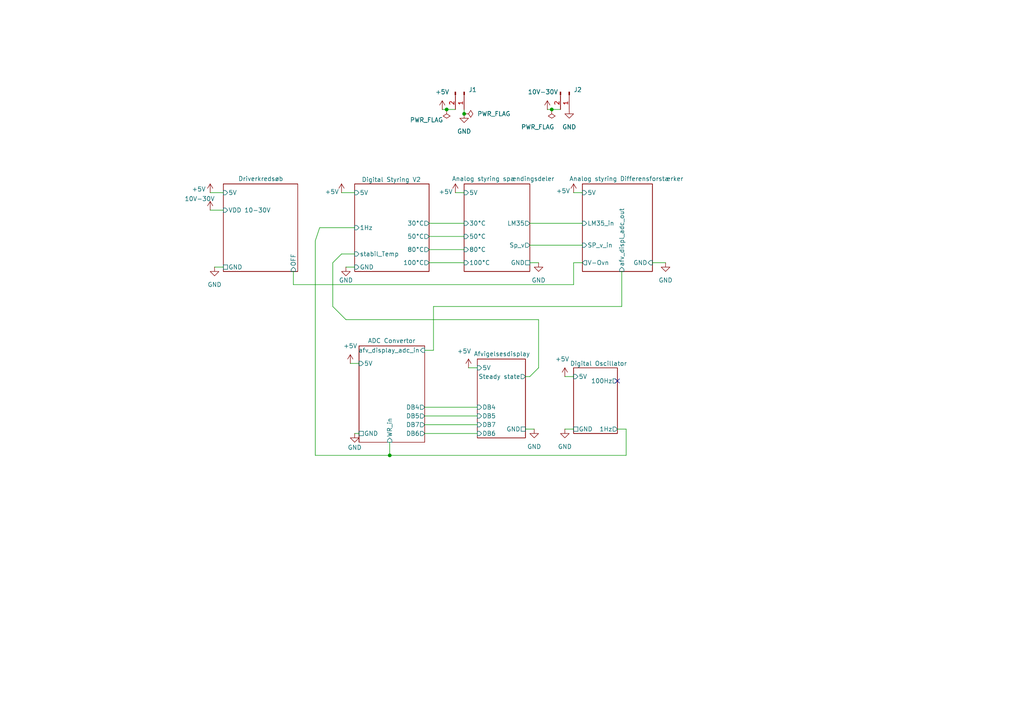
<source format=kicad_sch>
(kicad_sch (version 20231120) (generator "eeschema") (generator_version "8.0")
  (paper "A4")
  (lib_symbols
    (symbol "Connector:Conn_01x02_Pin" (pin_names (offset 1.016) hide)
      (property "Reference" "J" (at 0 2.54 0))
      (property "Value" "Conn_01x02_Pin" (at 0 -5.08 0))
      (symbol "Conn_01x02_Pin_1_1"
        (polyline (pts (xy 1.27 -2.54) (xy 0.8636 -2.54)) (stroke (width 0.1524)))
        (polyline (pts (xy 1.27 0) (xy 0.8636 0)) (stroke (width 0.1524)))
        (rectangle (start 0.8636 -2.413) (end 0 -2.667) (stroke (width 0.1524)) (fill (type outline)))
        (rectangle (start 0.8636 0.127) (end 0 -0.127) (stroke (width 0.1524)) (fill (type outline)))
        (pin passive line (at 5.08 0 180) (length 3.81) (name "Pin_1") (number "1"))
        (pin passive line (at 5.08 -2.54 180) (length 3.81) (name "Pin_2") (number "2"))
      )
    )
    (symbol "power:+5V" (power) (pin_numbers hide) (pin_names (offset 0) hide)
      (property "Value" "+5V" (at 0 3.556 0))
      (symbol "+5V_0_1"
        (polyline (pts (xy -0.762 1.27) (xy 0 2.54)))
        (polyline (pts (xy 0 0) (xy 0 2.54)))
        (polyline (pts (xy 0 2.54) (xy 0.762 1.27)))
      )
      (symbol "+5V_1_1"
        (pin power_in line (at 0 0 90) (length 0) (name "~") (number "1"))
      )
    )
    (symbol "power:GND" (power) (pin_numbers hide) (pin_names (offset 0) hide)
      (property "Value" "GND" (at 0 -3.81 0))
      (symbol "GND_0_1"
        (polyline (pts (xy 0 0) (xy 0 -1.27) (xy 1.27 -1.27) (xy 0 -2.54) (xy -1.27 -1.27) (xy 0 -1.27)))
      )
      (symbol "GND_1_1"
        (pin power_in line (at 0 0 270) (length 0) (name "~") (number "1"))
      )
    )
    (symbol "power:PWR_FLAG" (power) (pin_numbers hide) (pin_names (offset 0) hide)
      (property "Value" "PWR_FLAG" (at 0 3.81 0))
      (symbol "PWR_FLAG_0_0"
        (pin power_out line (at 0 0 90) (length 0) (name "~") (number "1"))
      )
      (symbol "PWR_FLAG_0_1"
        (polyline (pts (xy 0 0) (xy 0 1.27) (xy -1.016 1.905) (xy 0 2.54) (xy 1.016 1.905) (xy 0 1.27)))
      )
    )
    (symbol "power:VDD" (power) (pin_numbers hide) (pin_names (offset 0) hide)
      (property "Value" "VDD" (at 0 3.556 0))
      (symbol "VDD_0_1"
        (polyline (pts (xy -0.762 1.27) (xy 0 2.54)))
        (polyline (pts (xy 0 0) (xy 0 2.54)))
        (polyline (pts (xy 0 2.54) (xy 0.762 1.27)))
      )
      (symbol "VDD_1_1"
        (pin power_in line (at 0 0 90) (length 0) (name "~") (number "1"))
      )
    )
  )
  (junction (at 160.02 31.75))
  (junction (at 134.62 33.02))
  (junction (at 129.54 31.75))
  (junction (at 113.03 132.08))
  (no_connect (at 179.07 110.49))
  (wire (pts (xy 152.4 124.46) (xy 154.94 124.46)))
  (wire (pts (xy 91.44 69.85) (xy 92.71 66.04)))
  (wire (pts (xy 153.67 64.77) (xy 168.91 64.77)))
  (wire (pts (xy 166.37 76.2) (xy 166.37 82.55)))
  (wire (pts (xy 129.54 31.75) (xy 132.08 31.75)))
  (wire (pts (xy 99.06 55.88) (xy 102.87 55.88)))
  (wire (pts (xy 168.91 76.2) (xy 166.37 76.2)))
  (wire (pts (xy 152.4 109.22) (xy 153.67 109.22)))
  (wire (pts (xy 123.19 101.6) (xy 125.73 101.6)))
  (wire (pts (xy 100.33 77.47) (xy 102.87 77.47)))
  (wire (pts (xy 123.19 123.19) (xy 138.43 123.19)))
  (wire (pts (xy 123.19 125.73) (xy 138.43 125.73)))
  (wire (pts (xy 132.08 55.88) (xy 134.62 55.88)))
  (wire (pts (xy 102.87 125.73) (xy 104.14 125.73)))
  (wire (pts (xy 189.23 76.2) (xy 193.04 76.2)))
  (wire (pts (xy 123.19 120.65) (xy 138.43 120.65)))
  (wire (pts (xy 135.89 106.68) (xy 138.43 106.68)))
  (wire (pts (xy 60.96 55.88) (xy 64.77 55.88)))
  (wire (pts (xy 125.73 88.9) (xy 180.34 88.9)))
  (wire (pts (xy 158.75 31.75) (xy 160.02 31.75)))
  (wire (pts (xy 99.06 73.66) (xy 102.87 73.66)))
  (wire (pts (xy 100.33 92.71) (xy 96.52 88.9)))
  (wire (pts (xy 85.09 82.55) (xy 166.37 82.55)))
  (wire (pts (xy 153.67 76.2) (xy 156.21 76.2)))
  (wire (pts (xy 91.44 132.08) (xy 91.44 69.85)))
  (wire (pts (xy 156.21 106.68) (xy 156.21 92.71)))
  (wire (pts (xy 180.34 88.9) (xy 180.34 78.74)))
  (wire (pts (xy 181.61 132.08) (xy 181.61 124.46)))
  (wire (pts (xy 153.67 71.12) (xy 168.91 71.12)))
  (wire (pts (xy 62.23 77.47) (xy 64.77 77.47)))
  (wire (pts (xy 125.73 88.9) (xy 125.73 101.6)))
  (wire (pts (xy 163.83 124.46) (xy 166.37 124.46)))
  (wire (pts (xy 123.19 118.11) (xy 138.43 118.11)))
  (wire (pts (xy 124.46 64.77) (xy 134.62 64.77)))
  (wire (pts (xy 96.52 88.9) (xy 96.52 76.2)))
  (wire (pts (xy 124.46 72.39) (xy 134.62 72.39)))
  (wire (pts (xy 85.09 82.55) (xy 85.09 78.74)))
  (wire (pts (xy 100.33 92.71) (xy 156.21 92.71)))
  (wire (pts (xy 181.61 124.46) (xy 179.07 124.46)))
  (wire (pts (xy 124.46 76.2) (xy 134.62 76.2)))
  (wire (pts (xy 60.96 60.96) (xy 64.77 60.96)))
  (wire (pts (xy 113.03 128.27) (xy 113.03 132.08)))
  (wire (pts (xy 166.37 55.88) (xy 168.91 55.88)))
  (wire (pts (xy 163.83 109.22) (xy 166.37 109.22)))
  (wire (pts (xy 128.27 31.75) (xy 129.54 31.75)))
  (wire (pts (xy 160.02 31.75) (xy 162.56 31.75)))
  (wire (pts (xy 153.67 109.22) (xy 156.21 106.68)))
  (wire (pts (xy 91.44 132.08) (xy 113.03 132.08)))
  (wire (pts (xy 92.71 66.04) (xy 102.87 66.04)))
  (wire (pts (xy 96.52 76.2) (xy 99.06 73.66)))
  (wire (pts (xy 101.6 105.41) (xy 104.14 105.41)))
  (wire (pts (xy 134.62 33.02) (xy 134.62 31.75)))
  (wire (pts (xy 113.03 132.08) (xy 181.61 132.08)))
  (wire (pts (xy 124.46 68.58) (xy 134.62 68.58)))
  (symbol (lib_id "power:GND") (at 62.23 77.47 0) (unit 1)
    (property "Reference" "#PWR012" (effects (hide yes)))
    (property "Value" "GND" (at 62.23 82.55 0))
    (property "Description" "Power symbol creates a global label with name \"GND\" , ground" (effects (hide yes)))
  )
  (symbol (lib_id "Connector:Conn_01x02_Pin") (at 165.1 26.67 270) (unit 1)
    (property "Reference" "J2" (at 166.37 26.0349 90) (effects (justify left)))
    (property "Value" "Conn_01x02_Pin" (effects (hide yes)))
    (property "Footprint" "Connector:JWT_A3963_1x02_P3.96mm_Vertical" (effects (hide yes)))
    (property "Description" "Generic connector, single row, 01x02, script generated" (effects (hide yes)))
  )
  (symbol (lib_id "power:GND") (at 193.04 76.2 0) (unit 1)
    (property "Reference" "#PWR011" (effects (hide yes)))
    (property "Value" "GND" (at 193.04 81.28 0))
    (property "Description" "Power symbol creates a global label with name \"GND\" , ground" (effects (hide yes)))
  )
  (symbol (lib_id "power:+5V") (at 135.89 106.68 0) (unit 1)
    (property "Reference" "#PWR015" (effects (hide yes)))
    (property "Value" "+5V" (at 134.62 101.854 0))
    (property "Description" "Power symbol creates a global label with name \"+5V\"" (effects (hide yes)))
  )
  (symbol (lib_id "power:VDD") (at 158.75 31.75 0) (unit 1)
    (property "Reference" "#PWR02" (effects (hide yes)))
    (property "Value" "10V-30V" (at 157.48 26.67 0))
    (property "Description" "Power symbol creates a global label with name \"VDD\"" (effects (hide yes)))
  )
  (symbol (lib_id "power:+5V") (at 99.06 55.88 0) (unit 1)
    (property "Reference" "#PWR06" (effects (hide yes)))
    (property "Value" "+5V" (at 96.266 55.626 0))
    (property "Description" "Power symbol creates a global label with name \"+5V\"" (effects (hide yes)))
  )
  (symbol (lib_id "power:+5V") (at 132.08 55.88 0) (unit 1)
    (property "Reference" "#PWR07" (effects (hide yes)))
    (property "Value" "+5V" (at 129.286 55.626 0))
    (property "Description" "Power symbol creates a global label with name \"+5V\"" (effects (hide yes)))
  )
  (symbol (lib_id "power:+5V") (at 101.6 105.41 0) (unit 1)
    (property "Reference" "#PWR014" (effects (hide yes)))
    (property "Value" "+5V" (at 101.6 100.33 0))
    (property "Description" "Power symbol creates a global label with name \"+5V\"" (effects (hide yes)))
  )
  (symbol (lib_id "power:GND") (at 154.94 124.46 0) (unit 1)
    (property "Reference" "#PWR017" (effects (hide yes)))
    (property "Value" "GND" (at 154.94 129.54 0))
    (property "Description" "Power symbol creates a global label with name \"GND\" , ground" (effects (hide yes)))
  )
  (symbol (lib_id "power:PWR_FLAG") (at 160.02 31.75 180) (unit 1)
    (property "Reference" "#FLG02" (effects (hide yes)))
    (property "Value" "PWR_FLAG" (at 155.956 36.83 0))
    (property "Description" "Special symbol for telling ERC where power comes from" (effects (hide yes)))
  )
  (symbol (lib_id "Connector:Conn_01x02_Pin") (at 134.62 26.67 270) (unit 1)
    (property "Reference" "J1" (at 135.89 26.0349 90) (effects (justify left)))
    (property "Value" "Conn_01x02_Pin" (effects (hide yes)))
    (property "Footprint" "Connector:JWT_A3963_1x02_P3.96mm_Vertical" (effects (hide yes)))
    (property "Description" "Generic connector, single row, 01x02, script generated" (effects (hide yes)))
  )
  (symbol (lib_id "power:PWR_FLAG") (at 134.62 33.02 270) (unit 1)
    (property "Reference" "#FLG03" (effects (hide yes)))
    (property "Value" "PWR_FLAG" (at 138.43 33.0199 90) (effects (justify left)))
    (property "Description" "Special symbol for telling ERC where power comes from" (effects (hide yes)))
  )
  (symbol (lib_id "power:+5V") (at 60.96 55.88 0) (unit 1)
    (property "Reference" "#PWR05" (effects (hide yes)))
    (property "Value" "+5V" (at 57.658 54.864 0))
    (property "Description" "Power symbol creates a global label with name \"+5V\"" (effects (hide yes)))
  )
  (symbol (lib_id "power:+5V") (at 166.37 55.88 0) (unit 1)
    (property "Reference" "#PWR08" (effects (hide yes)))
    (property "Value" "+5V" (at 163.322 55.372 0))
    (property "Description" "Power symbol creates a global label with name \"+5V\"" (effects (hide yes)))
  )
  (symbol (lib_id "power:GND") (at 165.1 31.75 0) (unit 1)
    (property "Reference" "#PWR03" (effects (hide yes)))
    (property "Value" "GND" (at 165.1 36.83 0))
    (property "Description" "Power symbol creates a global label with name \"GND\" , ground" (effects (hide yes)))
  )
  (symbol (lib_id "power:+5V") (at 128.27 31.75 0) (unit 1)
    (property "Reference" "#PWR01" (effects (hide yes)))
    (property "Value" "+5V" (at 128.27 26.67 0))
    (property "Description" "Power symbol creates a global label with name \"+5V\"" (effects (hide yes)))
  )
  (symbol (lib_id "power:GND") (at 156.21 76.2 0) (unit 1)
    (property "Reference" "#PWR010" (effects (hide yes)))
    (property "Value" "GND" (at 156.21 81.28 0))
    (property "Description" "Power symbol creates a global label with name \"GND\" , ground" (effects (hide yes)))
  )
  (symbol (lib_id "power:GND") (at 100.33 77.47 0) (unit 1)
    (property "Reference" "#PWR013" (effects (hide yes)))
    (property "Value" "GND" (at 100.33 81.28 0))
    (property "Description" "Power symbol creates a global label with name \"GND\" , ground" (effects (hide yes)))
  )
  (symbol (lib_id "power:GND") (at 163.83 124.46 0) (unit 1)
    (property "Reference" "#PWR018" (effects (hide yes)))
    (property "Value" "GND" (at 163.83 129.54 0))
    (property "Description" "Power symbol creates a global label with name \"GND\" , ground" (effects (hide yes)))
  )
  (symbol (lib_id "power:+5V") (at 163.83 109.22 0) (unit 1)
    (property "Reference" "#PWR016" (effects (hide yes)))
    (property "Value" "+5V" (at 163.068 104.14 0))
    (property "Description" "Power symbol creates a global label with name \"+5V\"" (effects (hide yes)))
  )
  (symbol (lib_id "power:VDD") (at 60.96 60.96 0) (unit 1)
    (property "Reference" "#PWR09" (effects (hide yes)))
    (property "Value" "10V-30V" (at 57.912 57.658 0))
    (property "Description" "Power symbol creates a global label with name \"VDD\"" (effects (hide yes)))
  )
  (symbol (lib_id "power:GND") (at 102.87 125.73 0) (unit 1)
    (property "Reference" "#PWR019" (effects (hide yes)))
    (property "Value" "GND" (at 102.87 129.794 0))
    (property "Description" "Power symbol creates a global label with name \"GND\" , ground" (effects (hide yes)))
  )
  (symbol (lib_id "power:PWR_FLAG") (at 129.54 31.75 180) (unit 1)
    (property "Reference" "#FLG01" (effects (hide yes)))
    (property "Value" "PWR_FLAG" (at 123.698 34.798 0))
    (property "Description" "Special symbol for telling ERC where power comes from" (effects (hide yes)))
  )
  (symbol (lib_id "power:GND") (at 134.62 33.02 0) (unit 1)
    (property "Reference" "#PWR04" (effects (hide yes)))
    (property "Value" "GND" (at 134.62 38.1 0))
    (property "Description" "Power symbol creates a global label with name \"GND\" , ground" (effects (hide yes)))
  )
  (sheet (at 64.77 53.34) (size 21.59 25.4) (stroke (width 0.1524))
    (property "Sheetname" "Driverkredsøb" (at 69.088 52.578 0) (effects (justify left bottom)))
    (property "Sheetfile" "../Oscilator/Digital_Oscillator/Digital_Oscillator_TestKit/Driverkredsløb/Driverkredsløb.kicad_sch" (effects (hide yes)))
    (pin "5V" input (at 64.77 55.88 180))
    (pin "GND" passive (at 64.77 77.47 180))
    (pin "VDD 10-30V" input (at 64.77 60.96 180))
    (pin "OFF" input (at 85.09 78.74 270))
  )
  (sheet (at 134.62 53.34) (size 19.05 25.4) (stroke (width 0.1524))
    (property "Sheetname" "Analog styring spændingsdeler" (at 131.064 52.578 0) (effects (justify left bottom)))
    (property "Sheetfile" "../Analog styring/Analog/Analog.kicad_sch" (effects (hide yes)))
    (pin "Sp_v" output (at 153.67 71.12 0))
    (pin "5V" input (at 134.62 55.88 180))
    (pin "GND" passive (at 153.67 76.2 0))
    (pin "LM35" output (at 153.67 64.77 0))
    (pin "100°C" input (at 134.62 76.2 180))
    (pin "50°C" input (at 134.62 68.58 180))
    (pin "80°C" input (at 134.62 72.39 180))
    (pin "30°C" input (at 134.62 64.77 180))
  )
  (sheet (at 166.37 106.68) (size 12.7 19.05) (stroke (width 0.1524))
    (property "Sheetname" "Digital Oscillator" (at 165.354 106.172 0) (effects (justify left bottom)))
    (property "Sheetfile" "../Oscilator/Digital_Oscillator/Digital_Oscillator/Digital_Oscillator.kicad_sch" (effects (hide yes)))
    (pin "1Hz" output (at 179.07 124.46 0))
    (pin "5V" input (at 166.37 109.22 180))
    (pin "100Hz" output (at 179.07 110.49 0))
    (pin "GND" passive (at 166.37 124.46 180))
  )
  (sheet (at 168.91 53.34) (size 20.32 25.4) (stroke (width 0.1524))
    (property "Sheetname" "Analog styring Differensforstærker" (at 165.1 52.578 0) (effects (justify left bottom)))
    (property "Sheetfile" "../Analog styring/Analog styring.kicad_sch" (effects (hide yes)))
    (pin "SP_v_in" input (at 168.91 71.12 180))
    (pin "GND" input (at 189.23 76.2 0))
    (pin "5V" input (at 168.91 55.88 180))
    (pin "afv_displ_adc_out" input (at 180.34 78.74 270))
    (pin "V-Ovn" output (at 168.91 76.2 180))
    (pin "LM35_in" input (at 168.91 64.77 180))
  )
  (sheet (at 104.14 100.33) (size 19.05 27.94) (stroke (width 0.1524))
    (property "Sheetname" "ADC Convertor" (at 106.68 99.568 0) (effects (justify left bottom)))
    (property "Sheetfile" "../Afvigelsesdisplay/Afvigelsesdisplay digital/Afvigelsesdisplay digital.kicad_sch" (effects (hide yes)))
    (pin "afv_display_adc_in" input (at 123.19 101.6 0))
    (pin "DB4" output (at 123.19 118.11 0))
    (pin "DB5" output (at 123.19 120.65 0))
    (pin "DB7" output (at 123.19 123.19 0))
    (pin "DB6" output (at 123.19 125.73 0))
    (pin "GND" passive (at 104.14 125.73 180))
    (pin "5V" input (at 104.14 105.41 180))
    (pin "WR_in" input (at 113.03 128.27 270))
  )
  (sheet (at 102.87 53.34) (size 21.59 25.4) (stroke (width 0.1524))
    (property "Sheetname" "Digital Styring V2" (at 104.902 52.832 0) (effects (justify left bottom)))
    (property "Sheetfile" "../Digital styring/DigitalstyringV2/DigitalstyringV2/DigitalstyringV2.kicad_sch" (effects (hide yes)))
    (pin "stabil_Temp" input (at 102.87 73.66 180))
    (pin "GND" input (at 102.87 77.47 180))
    (pin "5V" input (at 102.87 55.88 180))
    (pin "50°C" output (at 124.46 68.58 0))
    (pin "80°C" output (at 124.46 72.39 0))
    (pin "100°C" output (at 124.46 76.2 0))
    (pin "30°C" output (at 124.46 64.77 0))
    (pin "1Hz" input (at 102.87 66.04 180))
  )
  (sheet (at 138.43 104.14) (size 13.97 22.86) (stroke (width 0.1524))
    (property "Sheetname" "Afvigelsesdisplay" (at 137.414 103.378 0) (effects (justify left bottom)))
    (property "Sheetfile" "../Afvigelsesdisplay/afvigelsesdisplay leds/leds/leds.kicad_sch" (effects (hide yes)))
    (pin "DB7" input (at 138.43 123.19 180))
    (pin "DB6" input (at 138.43 125.73 180))
    (pin "DB5" input (at 138.43 120.65 180))
    (pin "DB4" input (at 138.43 118.11 180))
    (pin "GND" passive (at 152.4 124.46 0))
    (pin "5V" input (at 138.43 106.68 180))
    (pin "Steady state" output (at 152.4 109.22 0))
  )
)
</source>
